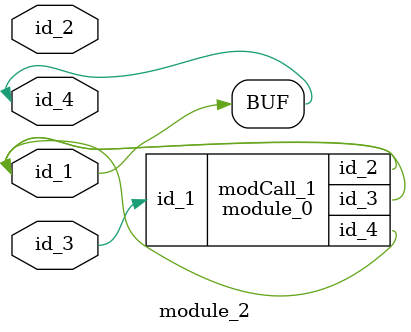
<source format=v>
module module_0 (
    id_1,
    id_2,
    id_3,
    id_4
);
  inout wire id_4;
  inout wire id_3;
  output wire id_2;
  input wire id_1;
endmodule
module module_1 (
    id_1,
    id_2,
    id_3
);
  input wire id_3;
  inout wire id_2;
  input wire id_1;
  wand id_4;
  module_0 modCall_1 (
      id_3,
      id_4,
      id_4,
      id_4
  );
  wire id_5;
  not primCall (id_2, id_1);
  wire id_6;
endmodule
module module_2 (
    id_1,
    id_2,
    id_3,
    id_4
);
  inout wire id_4;
  input wire id_3;
  input wire id_2;
  inout wire id_1;
  assign id_1 = id_4;
  module_0 modCall_1 (
      id_3,
      id_1,
      id_4,
      id_4
  );
endmodule

</source>
